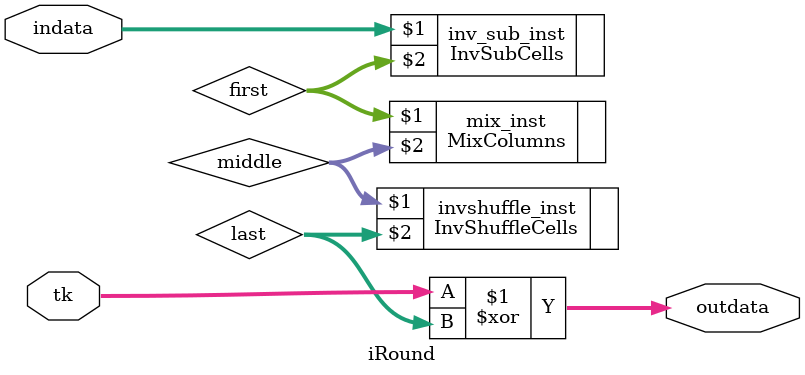
<source format=v>


module Round
    (
        input wire [127:0] tk,
        input wire [127:0] indata,
        output wire [127:0] outdata
    );
    localparam n = 128;
    wire [n-1:0] first;
    wire [n-1:0] last;

    assign first = tk^indata;
    wire [n-1:0] middle;
    ShuffleCells  shuffle_inst(first, middle);
    MixColumns  mix_inst(middle, last);
    SubCells  sub_inst(last, outdata);
endmodule


module iRound
    (
        input wire [127:0] tk,
        input wire [127:0] indata,
        output wire [127:0] outdata
    );
    localparam n = 128;
    wire [n-1:0] first;
    wire [n-1:0] last;

    InvSubCells  inv_sub_inst(indata, first);
    wire [n-1:0] middle;
    MixColumns mix_inst(first, middle);
    InvShuffleCells  invshuffle_inst(middle, last);
    assign outdata = tk^last;
endmodule
</source>
